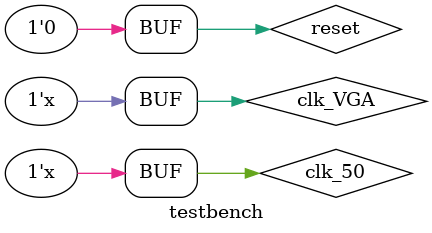
<source format=v>
`timescale 1ns/1ns
module testbench ();
    reg reset, clk_50, start, clk_VGA;
    reg [31:0] index;
    initial begin
        clk_50 = 0;
        clk_VGA = 0;
        reset = 0;
    end

    initial begin
        #10
        reset = 1;
        #20
        reset = 0;
    end
    always begin
        #10 clk_50 = !clk_50;
    end

    always begin
        #19 clk_VGA = !clk_VGA;
    end
    
    reg [9:0] mRed, mGreen, mBlue;
    wire [9:0] VGA_X, VGA_Y;
    wire [9:0] vga_r10, vga_g10, vga_b10;
    wire [21:0] VGA_Addr_full; 
    wire VGA_Read, VGA_HS_, VGA_VS_, VGA_SYNC_N_, VGA_BLANK_N_, VGA_CLK;


    always @ (posedge clk_50) begin
        if (reset) begin
          index <= 32'd0;
          mRed  <= 10'd0;
          mGreen  <= 10'd0;
          mBlue  <= 10'd0;

        end
        /**
            0 0 0 0 0 ... [0, 639]
            0 0 1 1 1 ... [640, 1279]
            0 0 1 1 1 ... [1280, 1919]
            0 0 1 1 1 ... [1920, 2559]
            0 0 0 0 0 ... [2560, 3199]
            . . . . .
            . . . . .
            . . . . . 
        */
        else begin
            index <= index + 32'd1;
            if (index < 642) begin
                mRed <= 10'd0;
                mGreen <= 10'd0;
                mBlue <= 10'd0;
            end
            else if (index >= 642 && index <1280) begin
                mRed <= {8'd255, 2'd0}; 
                mGreen <= {8'd255, 2'd0};
                mBlue <= {8'd255, 2'd0};
            end
            else if (index >=1280 && index < 1282) begin
                mRed <= 10'd0;
                mGreen <= 10'd0;
                mBlue <= 10'd0;
            end
            else if (index >= 1282 && index <1920) begin
                mRed <= {8'd255, 2'd0}; 
                mGreen <= {8'd255, 2'd0};
                mBlue <= {8'd255, 2'd0};
            end

            else if (index >=1920 && index < 1922) begin
                mRed <= 10'd0;
                mGreen <= 10'd0;
                mBlue <= 10'd0;
            end
            else if (index >= 1922 && index <2560) begin
                mRed <= {8'd255, 2'd0}; 
                mGreen <= {8'd255, 2'd0};
                mBlue <= {8'd255, 2'd0};
            end
            else begin
                mRed <= 10'd0;
                mGreen <= 10'd0;
                mBlue <= 10'd0;
            end
        end
    end

    VGA_Ctrl         u9  (   //  Host Side
                            .iRed(mRed),
                            .iGreen(mGreen),
                            .iBlue(mBlue),
                            .oCurrent_X(VGA_X),
                            .oCurrent_Y(VGA_Y),
                            .oAddress(VGA_Addr_full), 
                            .oRequest(VGA_Read),
                            //  VGA Side
                            .oVGA_R(vga_r10 ),
                            .oVGA_G(vga_g10 ),
                            .oVGA_B(vga_b10 ),
                            .oVGA_HS(VGA_HS_),
                            .oVGA_VS(VGA_VS_),
                            .oVGA_SYNC(VGA_SYNC_N_),
                            .oVGA_BLANK(VGA_BLANK_N_),
                            .oVGA_CLOCK(VGA_CLK),
                            //  Control Signal
                            .iCLK(clk_VGA),
                            .iRST_N(!reset)   );

    wire signed [17:0] harris_feature;
    //Corner detection based on RGB values
    harris_corner_detect find_corners(
        .clk(clk_VGA), 
        .reset(reset), 
        .clk_en(VGA_BLANK_N_), 
        .VGA_R(vga_r10[9:2]),
        .VGA_G(vga_g10[9:2]),
        .VGA_B(vga_b10[9:2]),
        .threshold({2'b11, 16'd0}),  //not used except for edge dectection
        .harris_feature(harris_feature)
    );
endmodule

</source>
